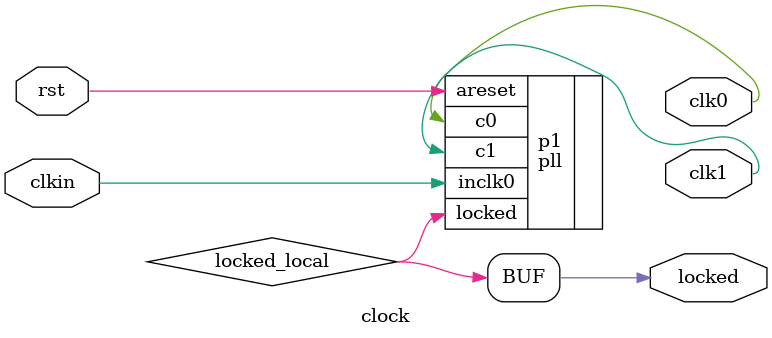
<source format=v>


module clock(
	input clkin,
	input rst,
	output clk0,
	output clk1,
	output locked
	);

	
// WIRES AND REGS
	
	wire locked_local;

// MODULES	
 pll p1( .areset(rst), .inclk0(clkin), .c0(clk0), .c1(clk1), .locked(locked_local));

 
// ASSIGN  
	assign locked = locked_local;
 
endmodule
</source>
